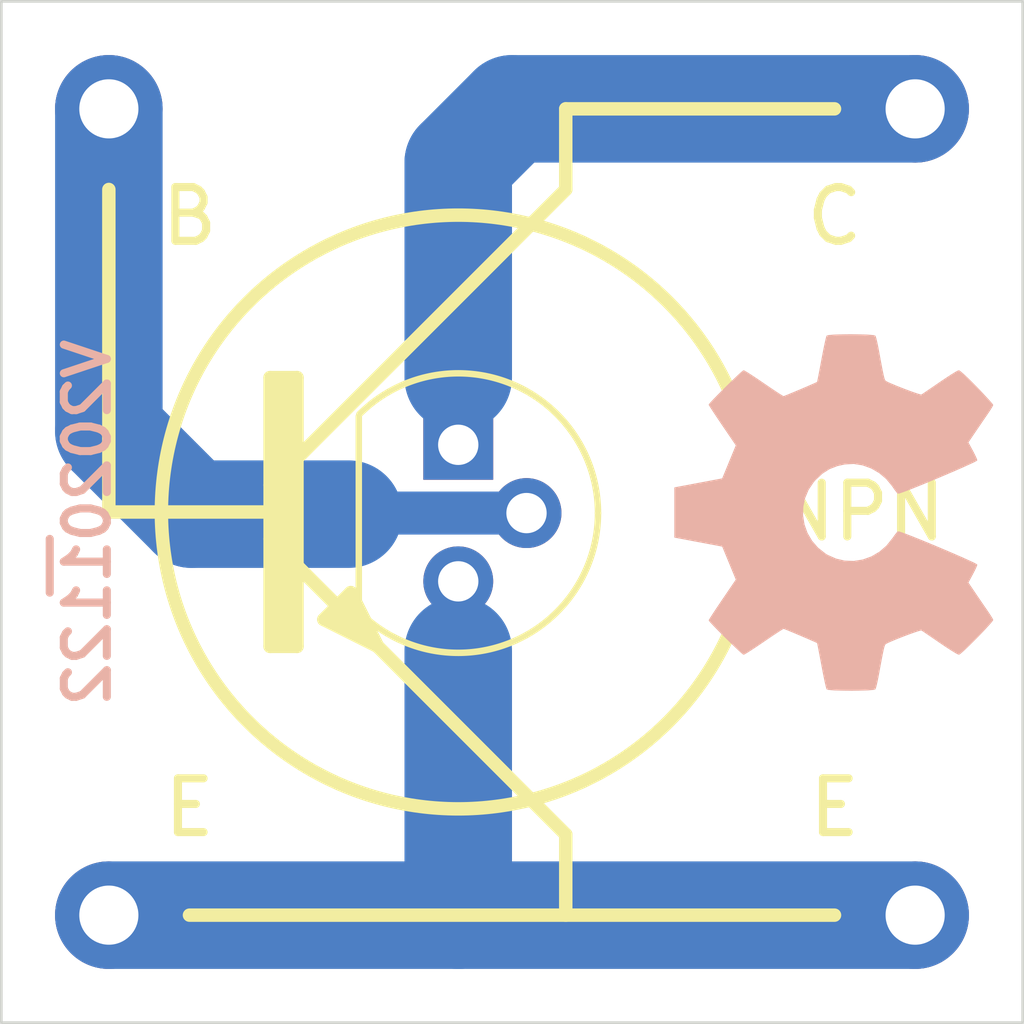
<source format=kicad_pcb>
(kicad_pcb (version 20171130) (host pcbnew 5.1.8-db9833491~87~ubuntu20.04.1)

  (general
    (thickness 1.6)
    (drawings 24)
    (tracks 13)
    (zones 0)
    (modules 7)
    (nets 4)
  )

  (page A4)
  (layers
    (0 F.Cu signal)
    (31 B.Cu signal)
    (32 B.Adhes user)
    (33 F.Adhes user)
    (34 B.Paste user)
    (35 F.Paste user)
    (36 B.SilkS user)
    (37 F.SilkS user)
    (38 B.Mask user)
    (39 F.Mask user)
    (40 Dwgs.User user)
    (41 Cmts.User user)
    (42 Eco1.User user)
    (43 Eco2.User user)
    (44 Edge.Cuts user)
    (45 Margin user)
    (46 B.CrtYd user)
    (47 F.CrtYd user)
    (48 B.Fab user)
    (49 F.Fab user)
  )

  (setup
    (last_trace_width 0.8)
    (user_trace_width 0.2)
    (user_trace_width 0.3)
    (user_trace_width 0.4)
    (user_trace_width 0.6)
    (user_trace_width 0.8)
    (user_trace_width 1)
    (user_trace_width 1.2)
    (user_trace_width 1.4)
    (user_trace_width 1.6)
    (user_trace_width 2)
    (trace_clearance 0.2)
    (zone_clearance 0.508)
    (zone_45_only no)
    (trace_min 0.1524)
    (via_size 0.8)
    (via_drill 0.4)
    (via_min_size 0.381)
    (via_min_drill 0.254)
    (user_via 0.4 0.254)
    (user_via 0.5 0.3)
    (user_via 0.6 0.4)
    (user_via 0.8 0.6)
    (user_via 1.1 0.8)
    (user_via 1.3 1)
    (user_via 1.5 1.2)
    (user_via 1.7 1.4)
    (user_via 1.9 1.6)
    (user_via 2.5 2)
    (uvia_size 0.3)
    (uvia_drill 0.1)
    (uvias_allowed no)
    (uvia_min_size 0.2)
    (uvia_min_drill 0.1)
    (edge_width 0.05)
    (segment_width 0.2)
    (pcb_text_width 0.3)
    (pcb_text_size 1.5 1.5)
    (mod_edge_width 0.25)
    (mod_text_size 0.8 0.8)
    (mod_text_width 0.12)
    (pad_size 1.524 1.524)
    (pad_drill 0.762)
    (pad_to_mask_clearance 0.0762)
    (solder_mask_min_width 0.1016)
    (pad_to_paste_clearance_ratio -0.1)
    (aux_axis_origin 0 0)
    (visible_elements FFFFFF7F)
    (pcbplotparams
      (layerselection 0x010fc_ffffffff)
      (usegerberextensions false)
      (usegerberattributes true)
      (usegerberadvancedattributes true)
      (creategerberjobfile true)
      (excludeedgelayer true)
      (linewidth 0.100000)
      (plotframeref false)
      (viasonmask false)
      (mode 1)
      (useauxorigin false)
      (hpglpennumber 1)
      (hpglpenspeed 20)
      (hpglpendiameter 15.000000)
      (psnegative false)
      (psa4output false)
      (plotreference true)
      (plotvalue true)
      (plotinvisibletext false)
      (padsonsilk false)
      (subtractmaskfromsilk false)
      (outputformat 1)
      (mirror false)
      (drillshape 1)
      (scaleselection 1)
      (outputdirectory ""))
  )

  (net 0 "")
  (net 1 "Net-(J1-Pad1)")
  (net 2 "Net-(J2-Pad1)")
  (net 3 "Net-(J3-Pad1)")

  (net_class Default "This is the default net class."
    (clearance 0.2)
    (trace_width 0.25)
    (via_dia 0.8)
    (via_drill 0.4)
    (uvia_dia 0.3)
    (uvia_drill 0.1)
    (add_net "Net-(J1-Pad1)")
    (add_net "Net-(J2-Pad1)")
    (add_net "Net-(J3-Pad1)")
  )

  (module Package_TO_SOT_THT:TO-92 (layer F.Cu) (tedit 5A279852) (tstamp 5FB591B5)
    (at 148.5 69.25 270)
    (descr "TO-92 leads molded, narrow, drill 0.75mm (see NXP sot054_po.pdf)")
    (tags "to-92 sc-43 sc-43a sot54 PA33 transistor")
    (path /5FB5ABA9)
    (fp_text reference Q1 (at 1.27 0 90) (layer F.Fab)
      (effects (font (size 1 1) (thickness 0.15)))
    )
    (fp_text value BC547 (at 1.27 2.79 90) (layer F.Fab)
      (effects (font (size 1 1) (thickness 0.15)))
    )
    (fp_arc (start 1.27 0) (end 1.27 -2.6) (angle 135) (layer F.SilkS) (width 0.12))
    (fp_arc (start 1.27 0) (end 1.27 -2.48) (angle -135) (layer F.Fab) (width 0.1))
    (fp_arc (start 1.27 0) (end 1.27 -2.6) (angle -135) (layer F.SilkS) (width 0.12))
    (fp_arc (start 1.27 0) (end 1.27 -2.48) (angle 135) (layer F.Fab) (width 0.1))
    (fp_text user %R (at 1.27 0 90) (layer F.Fab)
      (effects (font (size 1 1) (thickness 0.15)))
    )
    (fp_line (start -0.53 1.85) (end 3.07 1.85) (layer F.SilkS) (width 0.12))
    (fp_line (start -0.5 1.75) (end 3 1.75) (layer F.Fab) (width 0.1))
    (fp_line (start -1.46 -2.73) (end 4 -2.73) (layer F.CrtYd) (width 0.05))
    (fp_line (start -1.46 -2.73) (end -1.46 2.01) (layer F.CrtYd) (width 0.05))
    (fp_line (start 4 2.01) (end 4 -2.73) (layer F.CrtYd) (width 0.05))
    (fp_line (start 4 2.01) (end -1.46 2.01) (layer F.CrtYd) (width 0.05))
    (pad 1 thru_hole rect (at 0 0 270) (size 1.3 1.3) (drill 0.75) (layers *.Cu *.Mask)
      (net 3 "Net-(J3-Pad1)"))
    (pad 3 thru_hole circle (at 2.54 0 270) (size 1.3 1.3) (drill 0.75) (layers *.Cu *.Mask)
      (net 2 "Net-(J2-Pad1)"))
    (pad 2 thru_hole circle (at 1.27 -1.27 270) (size 1.3 1.3) (drill 0.75) (layers *.Cu *.Mask)
      (net 1 "Net-(J1-Pad1)"))
    (model ${KISYS3DMOD}/Package_TO_SOT_THT.3dshapes/TO-92.wrl
      (at (xyz 0 0 0))
      (scale (xyz 1 1 1))
      (rotate (xyz 0 0 0))
    )
  )

  (module mill-max:PC_pin_nail_head_6092 locked (layer F.Cu) (tedit 5FB583BD) (tstamp 5FB5E4C9)
    (at 157 78)
    (path /5FB5975F)
    (fp_text reference J4 (at -3 0) (layer F.Fab)
      (effects (font (size 1 1) (thickness 0.15)))
    )
    (fp_text value E (at -1.5 -2) (layer F.SilkS)
      (effects (font (size 1 1) (thickness 0.15)))
    )
    (fp_circle (center 0 0) (end 1.3 0) (layer F.CrtYd) (width 0.025))
    (fp_circle (center 0 0) (end 1.3 0) (layer B.CrtYd) (width 0.025))
    (pad 1 thru_hole circle (at 0 0) (size 2 2) (drill 1.1) (layers *.Cu *.Mask)
      (net 2 "Net-(J2-Pad1)"))
  )

  (module mill-max:PC_pin_nail_head_6092 locked (layer F.Cu) (tedit 5FB583BD) (tstamp 5FB5E4C2)
    (at 157 63)
    (path /5FB592C5)
    (fp_text reference J3 (at -3 0) (layer F.Fab)
      (effects (font (size 1 1) (thickness 0.15)))
    )
    (fp_text value C (at -1.5 2) (layer F.SilkS)
      (effects (font (size 1 1) (thickness 0.15)))
    )
    (fp_circle (center 0 0) (end 1.3 0) (layer F.CrtYd) (width 0.025))
    (fp_circle (center 0 0) (end 1.3 0) (layer B.CrtYd) (width 0.025))
    (pad 1 thru_hole circle (at 0 0) (size 2 2) (drill 1.1) (layers *.Cu *.Mask)
      (net 3 "Net-(J3-Pad1)"))
  )

  (module mill-max:PC_pin_nail_head_6092 locked (layer F.Cu) (tedit 5FB583BD) (tstamp 5FB5E4BB)
    (at 142 78)
    (path /5FB58352)
    (fp_text reference J2 (at 3 0) (layer F.Fab)
      (effects (font (size 1 1) (thickness 0.15)))
    )
    (fp_text value E (at 1.5 -2) (layer F.SilkS)
      (effects (font (size 1 1) (thickness 0.15)))
    )
    (fp_circle (center 0 0) (end 1.3 0) (layer F.CrtYd) (width 0.025))
    (fp_circle (center 0 0) (end 1.3 0) (layer B.CrtYd) (width 0.025))
    (pad 1 thru_hole circle (at 0 0) (size 2 2) (drill 1.1) (layers *.Cu *.Mask)
      (net 2 "Net-(J2-Pad1)"))
  )

  (module mill-max:PC_pin_nail_head_6092 locked (layer F.Cu) (tedit 5FB583BD) (tstamp 5FB5E4B4)
    (at 142 63)
    (path /5FB58B49)
    (fp_text reference J1 (at 3 0) (layer F.Fab)
      (effects (font (size 1 1) (thickness 0.15)))
    )
    (fp_text value B (at 1.5 2) (layer F.SilkS)
      (effects (font (size 1 1) (thickness 0.15)))
    )
    (fp_circle (center 0 0) (end 1.3 0) (layer F.CrtYd) (width 0.025))
    (fp_circle (center 0 0) (end 1.3 0) (layer B.CrtYd) (width 0.025))
    (pad 1 thru_hole circle (at 0 0) (size 2 2) (drill 1.1) (layers *.Cu *.Mask)
      (net 1 "Net-(J1-Pad1)"))
  )

  (module Symbol:OSHW-Symbol_6.7x6mm_SilkScreen (layer B.Cu) (tedit 0) (tstamp 5EE12086)
    (at 155.5 70.5 270)
    (descr "Open Source Hardware Symbol")
    (tags "Logo Symbol OSHW")
    (path /5EE13678)
    (attr virtual)
    (fp_text reference N2 (at 0 0 90) (layer B.SilkS) hide
      (effects (font (size 1 1) (thickness 0.15)) (justify mirror))
    )
    (fp_text value OHWLOGO (at 0.75 0 90) (layer B.Fab) hide
      (effects (font (size 1 1) (thickness 0.15)) (justify mirror))
    )
    (fp_poly (pts (xy 0.555814 2.531069) (xy 0.639635 2.086445) (xy 0.94892 1.958947) (xy 1.258206 1.831449)
      (xy 1.629246 2.083754) (xy 1.733157 2.154004) (xy 1.827087 2.216728) (xy 1.906652 2.269062)
      (xy 1.96747 2.308143) (xy 2.005157 2.331107) (xy 2.015421 2.336058) (xy 2.03391 2.323324)
      (xy 2.07342 2.288118) (xy 2.129522 2.234938) (xy 2.197787 2.168282) (xy 2.273786 2.092646)
      (xy 2.353092 2.012528) (xy 2.431275 1.932426) (xy 2.503907 1.856836) (xy 2.566559 1.790255)
      (xy 2.614803 1.737182) (xy 2.64421 1.702113) (xy 2.651241 1.690377) (xy 2.641123 1.66874)
      (xy 2.612759 1.621338) (xy 2.569129 1.552807) (xy 2.513218 1.467785) (xy 2.448006 1.370907)
      (xy 2.410219 1.31565) (xy 2.341343 1.214752) (xy 2.28014 1.123701) (xy 2.229578 1.04703)
      (xy 2.192628 0.989272) (xy 2.172258 0.954957) (xy 2.169197 0.947746) (xy 2.176136 0.927252)
      (xy 2.195051 0.879487) (xy 2.223087 0.811168) (xy 2.257391 0.729011) (xy 2.295109 0.63973)
      (xy 2.333387 0.550042) (xy 2.36937 0.466662) (xy 2.400206 0.396306) (xy 2.423039 0.34569)
      (xy 2.435017 0.321529) (xy 2.435724 0.320578) (xy 2.454531 0.315964) (xy 2.504618 0.305672)
      (xy 2.580793 0.290713) (xy 2.677865 0.272099) (xy 2.790643 0.250841) (xy 2.856442 0.238582)
      (xy 2.97695 0.215638) (xy 3.085797 0.193805) (xy 3.177476 0.174278) (xy 3.246481 0.158252)
      (xy 3.287304 0.146921) (xy 3.295511 0.143326) (xy 3.303548 0.118994) (xy 3.310033 0.064041)
      (xy 3.31497 -0.015108) (xy 3.318364 -0.112026) (xy 3.320218 -0.220287) (xy 3.320538 -0.333465)
      (xy 3.319327 -0.445135) (xy 3.31659 -0.548868) (xy 3.312331 -0.638241) (xy 3.306555 -0.706826)
      (xy 3.299267 -0.748197) (xy 3.294895 -0.75681) (xy 3.268764 -0.767133) (xy 3.213393 -0.781892)
      (xy 3.136107 -0.799352) (xy 3.04423 -0.81778) (xy 3.012158 -0.823741) (xy 2.857524 -0.852066)
      (xy 2.735375 -0.874876) (xy 2.641673 -0.89308) (xy 2.572384 -0.907583) (xy 2.523471 -0.919292)
      (xy 2.490897 -0.929115) (xy 2.470628 -0.937956) (xy 2.458626 -0.946724) (xy 2.456947 -0.948457)
      (xy 2.440184 -0.976371) (xy 2.414614 -1.030695) (xy 2.382788 -1.104777) (xy 2.34726 -1.191965)
      (xy 2.310583 -1.285608) (xy 2.275311 -1.379052) (xy 2.243996 -1.465647) (xy 2.219193 -1.53874)
      (xy 2.203454 -1.591678) (xy 2.199332 -1.617811) (xy 2.199676 -1.618726) (xy 2.213641 -1.640086)
      (xy 2.245322 -1.687084) (xy 2.291391 -1.754827) (xy 2.348518 -1.838423) (xy 2.413373 -1.932982)
      (xy 2.431843 -1.959854) (xy 2.497699 -2.057275) (xy 2.55565 -2.146163) (xy 2.602538 -2.221412)
      (xy 2.635207 -2.27792) (xy 2.6505 -2.310581) (xy 2.651241 -2.314593) (xy 2.638392 -2.335684)
      (xy 2.602888 -2.377464) (xy 2.549293 -2.435445) (xy 2.482171 -2.505135) (xy 2.406087 -2.582045)
      (xy 2.325604 -2.661683) (xy 2.245287 -2.739561) (xy 2.169699 -2.811186) (xy 2.103405 -2.87207)
      (xy 2.050969 -2.917721) (xy 2.016955 -2.94365) (xy 2.007545 -2.947883) (xy 1.985643 -2.937912)
      (xy 1.9408 -2.91102) (xy 1.880321 -2.871736) (xy 1.833789 -2.840117) (xy 1.749475 -2.782098)
      (xy 1.649626 -2.713784) (xy 1.549473 -2.645579) (xy 1.495627 -2.609075) (xy 1.313371 -2.4858)
      (xy 1.160381 -2.56852) (xy 1.090682 -2.604759) (xy 1.031414 -2.632926) (xy 0.991311 -2.648991)
      (xy 0.981103 -2.651226) (xy 0.968829 -2.634722) (xy 0.944613 -2.588082) (xy 0.910263 -2.515609)
      (xy 0.867588 -2.421606) (xy 0.818394 -2.310374) (xy 0.76449 -2.186215) (xy 0.707684 -2.053432)
      (xy 0.649782 -1.916327) (xy 0.592593 -1.779202) (xy 0.537924 -1.646358) (xy 0.487584 -1.522098)
      (xy 0.44338 -1.410725) (xy 0.407119 -1.316539) (xy 0.380609 -1.243844) (xy 0.365658 -1.196941)
      (xy 0.363254 -1.180833) (xy 0.382311 -1.160286) (xy 0.424036 -1.126933) (xy 0.479706 -1.087702)
      (xy 0.484378 -1.084599) (xy 0.628264 -0.969423) (xy 0.744283 -0.835053) (xy 0.83143 -0.685784)
      (xy 0.888699 -0.525913) (xy 0.915086 -0.359737) (xy 0.909585 -0.191552) (xy 0.87119 -0.025655)
      (xy 0.798895 0.133658) (xy 0.777626 0.168513) (xy 0.666996 0.309263) (xy 0.536302 0.422286)
      (xy 0.390064 0.506997) (xy 0.232808 0.562806) (xy 0.069057 0.589126) (xy -0.096667 0.58537)
      (xy -0.259838 0.55095) (xy -0.415935 0.485277) (xy -0.560433 0.387765) (xy -0.605131 0.348187)
      (xy -0.718888 0.224297) (xy -0.801782 0.093876) (xy -0.858644 -0.052315) (xy -0.890313 -0.197088)
      (xy -0.898131 -0.35986) (xy -0.872062 -0.52344) (xy -0.814755 -0.682298) (xy -0.728856 -0.830906)
      (xy -0.617014 -0.963735) (xy -0.481877 -1.075256) (xy -0.464117 -1.087011) (xy -0.40785 -1.125508)
      (xy -0.365077 -1.158863) (xy -0.344628 -1.18016) (xy -0.344331 -1.180833) (xy -0.348721 -1.203871)
      (xy -0.366124 -1.256157) (xy -0.394732 -1.33339) (xy -0.432735 -1.431268) (xy -0.478326 -1.545491)
      (xy -0.529697 -1.671758) (xy -0.585038 -1.805767) (xy -0.642542 -1.943218) (xy -0.700399 -2.079808)
      (xy -0.756802 -2.211237) (xy -0.809942 -2.333205) (xy -0.85801 -2.441409) (xy -0.899199 -2.531549)
      (xy -0.931699 -2.599323) (xy -0.953703 -2.64043) (xy -0.962564 -2.651226) (xy -0.98964 -2.642819)
      (xy -1.040303 -2.620272) (xy -1.105817 -2.587613) (xy -1.141841 -2.56852) (xy -1.294832 -2.4858)
      (xy -1.477088 -2.609075) (xy -1.570125 -2.672228) (xy -1.671985 -2.741727) (xy -1.767438 -2.807165)
      (xy -1.81525 -2.840117) (xy -1.882495 -2.885273) (xy -1.939436 -2.921057) (xy -1.978646 -2.942938)
      (xy -1.991381 -2.947563) (xy -2.009917 -2.935085) (xy -2.050941 -2.900252) (xy -2.110475 -2.846678)
      (xy -2.184542 -2.777983) (xy -2.269165 -2.697781) (xy -2.322685 -2.646286) (xy -2.416319 -2.554286)
      (xy -2.497241 -2.471999) (xy -2.562177 -2.402945) (xy -2.607858 -2.350644) (xy -2.631011 -2.318616)
      (xy -2.633232 -2.312116) (xy -2.622924 -2.287394) (xy -2.594439 -2.237405) (xy -2.550937 -2.167212)
      (xy -2.495577 -2.081875) (xy -2.43152 -1.986456) (xy -2.413303 -1.959854) (xy -2.346927 -1.863167)
      (xy -2.287378 -1.776117) (xy -2.237984 -1.703595) (xy -2.202075 -1.650493) (xy -2.182981 -1.621703)
      (xy -2.181136 -1.618726) (xy -2.183895 -1.595782) (xy -2.198538 -1.545336) (xy -2.222513 -1.474041)
      (xy -2.253266 -1.388547) (xy -2.288244 -1.295507) (xy -2.324893 -1.201574) (xy -2.360661 -1.113399)
      (xy -2.392994 -1.037634) (xy -2.419338 -0.980931) (xy -2.437142 -0.949943) (xy -2.438407 -0.948457)
      (xy -2.449294 -0.939601) (xy -2.467682 -0.930843) (xy -2.497606 -0.921277) (xy -2.543103 -0.909996)
      (xy -2.608209 -0.896093) (xy -2.696961 -0.878663) (xy -2.813393 -0.856798) (xy -2.961542 -0.829591)
      (xy -2.993618 -0.823741) (xy -3.088686 -0.805374) (xy -3.171565 -0.787405) (xy -3.23493 -0.771569)
      (xy -3.271458 -0.7596) (xy -3.276356 -0.75681) (xy -3.284427 -0.732072) (xy -3.290987 -0.67679)
      (xy -3.296033 -0.597389) (xy -3.299559 -0.500296) (xy -3.301561 -0.391938) (xy -3.302036 -0.27874)
      (xy -3.300977 -0.167128) (xy -3.298382 -0.063529) (xy -3.294246 0.025632) (xy -3.288563 0.093928)
      (xy -3.281331 0.134934) (xy -3.276971 0.143326) (xy -3.252698 0.151792) (xy -3.197426 0.165565)
      (xy -3.116662 0.18345) (xy -3.015912 0.204252) (xy -2.900683 0.226777) (xy -2.837902 0.238582)
      (xy -2.718787 0.260849) (xy -2.612565 0.281021) (xy -2.524427 0.298085) (xy -2.459566 0.311031)
      (xy -2.423174 0.318845) (xy -2.417184 0.320578) (xy -2.407061 0.34011) (xy -2.385662 0.387157)
      (xy -2.355839 0.454997) (xy -2.320445 0.536909) (xy -2.282332 0.626172) (xy -2.244353 0.716065)
      (xy -2.20936 0.799865) (xy -2.180206 0.870853) (xy -2.159743 0.922306) (xy -2.150823 0.947503)
      (xy -2.150657 0.948604) (xy -2.160769 0.968481) (xy -2.189117 1.014223) (xy -2.232723 1.081283)
      (xy -2.288606 1.165116) (xy -2.353787 1.261174) (xy -2.391679 1.31635) (xy -2.460725 1.417519)
      (xy -2.52205 1.50937) (xy -2.572663 1.587256) (xy -2.609571 1.646531) (xy -2.629782 1.682549)
      (xy -2.632701 1.690623) (xy -2.620153 1.709416) (xy -2.585463 1.749543) (xy -2.533063 1.806507)
      (xy -2.467384 1.875815) (xy -2.392856 1.952969) (xy -2.313913 2.033475) (xy -2.234983 2.112837)
      (xy -2.1605 2.18656) (xy -2.094894 2.250148) (xy -2.042596 2.299106) (xy -2.008039 2.328939)
      (xy -1.996478 2.336058) (xy -1.977654 2.326047) (xy -1.932631 2.297922) (xy -1.865787 2.254546)
      (xy -1.781499 2.198782) (xy -1.684144 2.133494) (xy -1.610707 2.083754) (xy -1.239667 1.831449)
      (xy -0.621095 2.086445) (xy -0.537275 2.531069) (xy -0.453454 2.975693) (xy 0.471994 2.975693)
      (xy 0.555814 2.531069)) (layer B.SilkS) (width 0.01))
  )

  (module SquantorLabels:Label_Generic (layer B.Cu) (tedit 5D8A7D4C) (tstamp 5EE12051)
    (at 141.5 71.5 90)
    (descr "Label for general purpose use")
    (tags Label)
    (path /5EE12BF3)
    (attr smd)
    (fp_text reference N1 (at 0 -1.85 90) (layer B.Fab) hide
      (effects (font (size 1 1) (thickness 0.15)) (justify mirror))
    )
    (fp_text value V20201122 (at 0.8 0.1 90) (layer B.SilkS)
      (effects (font (size 0.8 0.8) (thickness 0.15)) (justify mirror))
    )
    (fp_line (start -0.5 -0.6) (end 0.5 -0.6) (layer B.SilkS) (width 0.15))
  )

  (gr_poly (pts (xy 147 73) (xy 146 72.5) (xy 146.5 72)) (layer F.SilkS) (width 0.1))
  (gr_poly (pts (xy 145.5 73) (xy 145 73) (xy 145 68) (xy 145.5 68)) (layer F.SilkS) (width 0.1))
  (gr_line (start 146 72.5) (end 147 73) (layer F.SilkS) (width 0.25) (tstamp 5FB592BB))
  (gr_line (start 146.5 72) (end 146 72.5) (layer F.SilkS) (width 0.25))
  (gr_line (start 147 73) (end 146.5 72) (layer F.SilkS) (width 0.25))
  (gr_line (start 150.5 63) (end 155.5 63) (layer F.SilkS) (width 0.25))
  (gr_line (start 150.5 64.5) (end 150.5 63) (layer F.SilkS) (width 0.25))
  (gr_line (start 145 70) (end 150.5 64.5) (layer F.SilkS) (width 0.25))
  (gr_line (start 150.5 76.5) (end 145 71) (layer F.SilkS) (width 0.25))
  (gr_line (start 150.5 78) (end 150.5 76.5) (layer F.SilkS) (width 0.25))
  (gr_line (start 145 73) (end 145 70.5) (layer F.SilkS) (width 0.25) (tstamp 5FB592BA))
  (gr_line (start 145.5 73) (end 145 73) (layer F.SilkS) (width 0.25))
  (gr_line (start 145.5 68) (end 145.5 73) (layer F.SilkS) (width 0.25))
  (gr_line (start 145 68) (end 145.5 68) (layer F.SilkS) (width 0.25))
  (gr_line (start 145 70.5) (end 145 68) (layer F.SilkS) (width 0.25))
  (gr_line (start 142 70.5) (end 145 70.5) (layer F.SilkS) (width 0.25))
  (gr_line (start 142 64.5) (end 142 70.5) (layer F.SilkS) (width 0.25))
  (gr_text NPN (at 156 70.5) (layer F.SilkS)
    (effects (font (size 1 1) (thickness 0.15)))
  )
  (gr_circle (center 148.5 70.5) (end 154 71) (layer F.SilkS) (width 0.25))
  (gr_line (start 143.5 78) (end 155.5 78) (layer F.SilkS) (width 0.25))
  (gr_line (start 159 61) (end 140 61) (layer Edge.Cuts) (width 0.05) (tstamp 5FB5E506))
  (gr_line (start 159 61) (end 159 80) (layer Edge.Cuts) (width 0.05) (tstamp 5FB5E4FA))
  (gr_line (start 140 80) (end 159 80) (layer Edge.Cuts) (width 0.05) (tstamp 5FB5E4F5))
  (gr_line (start 140 80) (end 140 61) (layer Edge.Cuts) (width 0.05))

  (segment (start 142 69) (end 142 63) (width 2) (layer B.Cu) (net 1))
  (segment (start 143.54 70.54) (end 142 69) (width 2) (layer B.Cu) (net 1))
  (segment (start 143.54 70.54) (end 146.46 70.54) (width 2) (layer B.Cu) (net 1))
  (segment (start 146.48 70.52) (end 146.46 70.54) (width 0.8) (layer B.Cu) (net 1))
  (segment (start 149.77 70.52) (end 146.48 70.52) (width 0.8) (layer B.Cu) (net 1))
  (segment (start 148.5 73.08) (end 148.5 78) (width 2) (layer B.Cu) (net 2))
  (segment (start 148.5 78) (end 157 78) (width 2) (layer B.Cu) (net 2))
  (segment (start 142 78) (end 148.5 78) (width 2) (layer B.Cu) (net 2))
  (segment (start 148.5 73.08) (end 148.5 71.79) (width 0.8) (layer B.Cu) (net 2))
  (segment (start 148.5 68) (end 148.5 64) (width 2) (layer B.Cu) (net 3))
  (segment (start 149.5 63) (end 157 63) (width 2) (layer B.Cu) (net 3))
  (segment (start 148.5 64) (end 149.5 63) (width 2) (layer B.Cu) (net 3))
  (segment (start 148.5 69.25) (end 148.5 68) (width 0.8) (layer B.Cu) (net 3))

)

</source>
